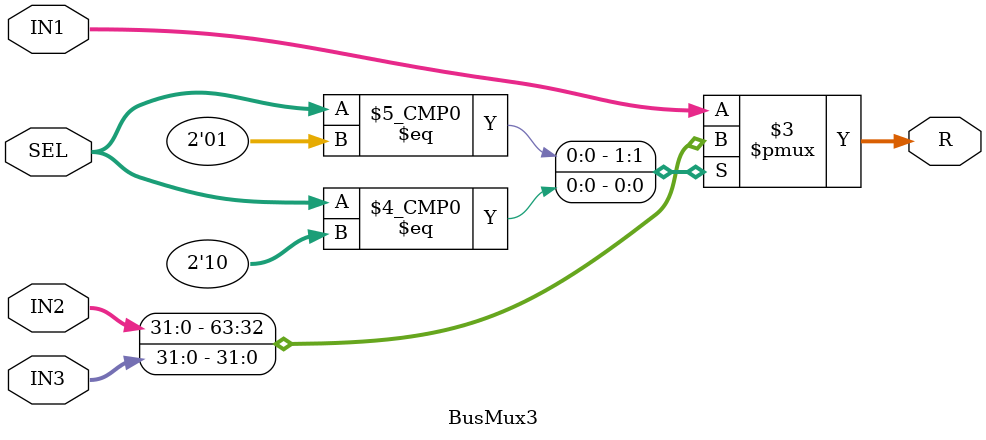
<source format=v>
`timescale 1ns / 1ps

module BusMux3(
    input [31:0] IN1,
    input [31:0] IN2,
	 input [31:0] IN3,
    input [1:0] SEL,
    output reg [31:0] R
    );

	always @(*)
	begin
		case (SEL)
			0: R = IN1;
			1: R = IN2;
			2: R = IN3;
			default: R = IN1;
		endcase
	end

endmodule


</source>
